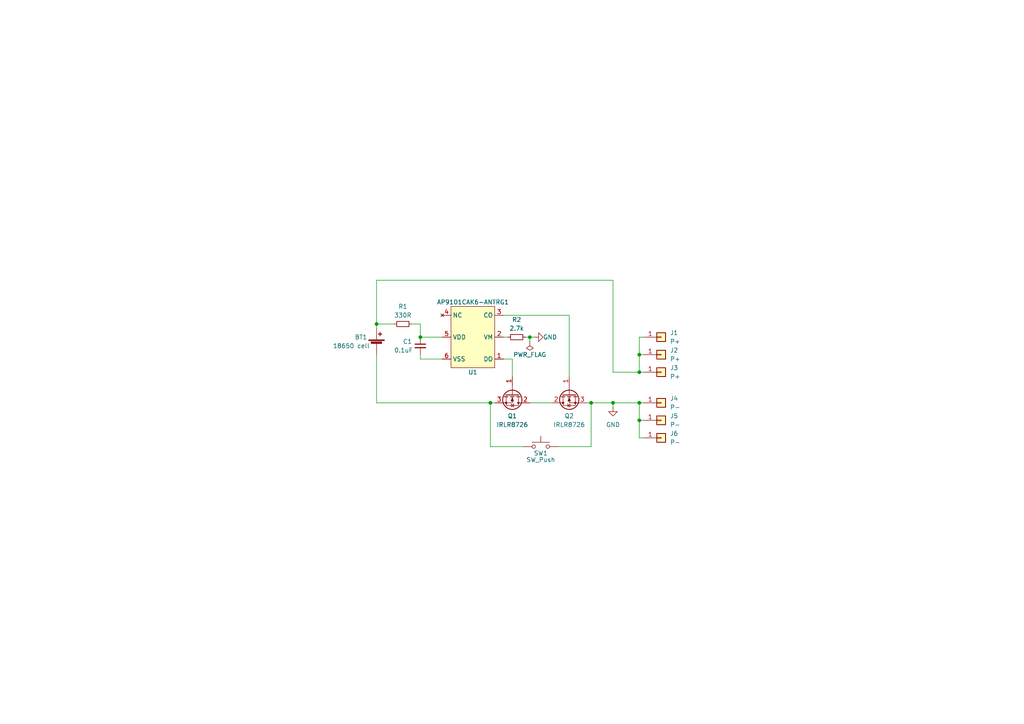
<source format=kicad_sch>
(kicad_sch (version 20210621) (generator eeschema)

  (uuid ea2a7a10-0391-4a91-b308-5acf9f91a640)

  (paper "A4")

  (lib_symbols
    (symbol "Connector_Generic:Conn_01x01" (pin_names (offset 1.016) hide) (in_bom yes) (on_board yes)
      (property "Reference" "J" (id 0) (at 0 2.54 0)
        (effects (font (size 1.27 1.27)))
      )
      (property "Value" "Conn_01x01" (id 1) (at 0 -2.54 0)
        (effects (font (size 1.27 1.27)))
      )
      (property "Footprint" "" (id 2) (at 0 0 0)
        (effects (font (size 1.27 1.27)) hide)
      )
      (property "Datasheet" "~" (id 3) (at 0 0 0)
        (effects (font (size 1.27 1.27)) hide)
      )
      (property "ki_keywords" "connector" (id 4) (at 0 0 0)
        (effects (font (size 1.27 1.27)) hide)
      )
      (property "ki_description" "Generic connector, single row, 01x01, script generated (kicad-library-utils/schlib/autogen/connector/)" (id 5) (at 0 0 0)
        (effects (font (size 1.27 1.27)) hide)
      )
      (property "ki_fp_filters" "Connector*:*_1x??_*" (id 6) (at 0 0 0)
        (effects (font (size 1.27 1.27)) hide)
      )
      (symbol "Conn_01x01_1_1"
        (rectangle (start -1.27 0.127) (end 0 -0.127)
          (stroke (width 0.1524)) (fill (type none))
        )
        (rectangle (start -1.27 1.27) (end 1.27 -1.27)
          (stroke (width 0.254)) (fill (type background))
        )
        (pin passive line (at -5.08 0 0) (length 3.81)
          (name "Pin_1" (effects (font (size 1.27 1.27))))
          (number "1" (effects (font (size 1.27 1.27))))
        )
      )
    )
    (symbol "Device:Battery_Cell" (pin_numbers hide) (pin_names (offset 0) hide) (in_bom yes) (on_board yes)
      (property "Reference" "BT" (id 0) (at 2.54 2.54 0)
        (effects (font (size 1.27 1.27)) (justify left))
      )
      (property "Value" "Battery_Cell" (id 1) (at 2.54 0 0)
        (effects (font (size 1.27 1.27)) (justify left))
      )
      (property "Footprint" "" (id 2) (at 0 1.524 90)
        (effects (font (size 1.27 1.27)) hide)
      )
      (property "Datasheet" "~" (id 3) (at 0 1.524 90)
        (effects (font (size 1.27 1.27)) hide)
      )
      (property "ki_keywords" "battery cell" (id 4) (at 0 0 0)
        (effects (font (size 1.27 1.27)) hide)
      )
      (property "ki_description" "Single-cell battery" (id 5) (at 0 0 0)
        (effects (font (size 1.27 1.27)) hide)
      )
      (symbol "Battery_Cell_0_1"
        (rectangle (start -2.286 1.778) (end 2.286 1.524)
          (stroke (width 0)) (fill (type outline))
        )
        (rectangle (start -1.5748 1.1938) (end 1.4732 0.6858)
          (stroke (width 0)) (fill (type outline))
        )
        (polyline
          (pts
            (xy 0 0.762)
            (xy 0 0)
          )
          (stroke (width 0)) (fill (type none))
        )
        (polyline
          (pts
            (xy 0 1.778)
            (xy 0 2.54)
          )
          (stroke (width 0)) (fill (type none))
        )
        (polyline
          (pts
            (xy 0.508 3.429)
            (xy 1.524 3.429)
          )
          (stroke (width 0.254)) (fill (type none))
        )
        (polyline
          (pts
            (xy 1.016 3.937)
            (xy 1.016 2.921)
          )
          (stroke (width 0.254)) (fill (type none))
        )
      )
      (symbol "Battery_Cell_1_1"
        (pin passive line (at 0 5.08 270) (length 2.54)
          (name "+" (effects (font (size 1.27 1.27))))
          (number "1" (effects (font (size 1.27 1.27))))
        )
        (pin passive line (at 0 -2.54 90) (length 2.54)
          (name "-" (effects (font (size 1.27 1.27))))
          (number "2" (effects (font (size 1.27 1.27))))
        )
      )
    )
    (symbol "Device:C_Small" (pin_numbers hide) (pin_names (offset 0.254) hide) (in_bom yes) (on_board yes)
      (property "Reference" "C" (id 0) (at 0.254 1.778 0)
        (effects (font (size 1.27 1.27)) (justify left))
      )
      (property "Value" "C_Small" (id 1) (at 0.254 -2.032 0)
        (effects (font (size 1.27 1.27)) (justify left))
      )
      (property "Footprint" "" (id 2) (at 0 0 0)
        (effects (font (size 1.27 1.27)) hide)
      )
      (property "Datasheet" "~" (id 3) (at 0 0 0)
        (effects (font (size 1.27 1.27)) hide)
      )
      (property "ki_keywords" "capacitor cap" (id 4) (at 0 0 0)
        (effects (font (size 1.27 1.27)) hide)
      )
      (property "ki_description" "Unpolarized capacitor, small symbol" (id 5) (at 0 0 0)
        (effects (font (size 1.27 1.27)) hide)
      )
      (property "ki_fp_filters" "C_*" (id 6) (at 0 0 0)
        (effects (font (size 1.27 1.27)) hide)
      )
      (symbol "C_Small_0_1"
        (polyline
          (pts
            (xy -1.524 -0.508)
            (xy 1.524 -0.508)
          )
          (stroke (width 0.3302)) (fill (type none))
        )
        (polyline
          (pts
            (xy -1.524 0.508)
            (xy 1.524 0.508)
          )
          (stroke (width 0.3048)) (fill (type none))
        )
      )
      (symbol "C_Small_1_1"
        (pin passive line (at 0 2.54 270) (length 2.032)
          (name "~" (effects (font (size 1.27 1.27))))
          (number "1" (effects (font (size 1.27 1.27))))
        )
        (pin passive line (at 0 -2.54 90) (length 2.032)
          (name "~" (effects (font (size 1.27 1.27))))
          (number "2" (effects (font (size 1.27 1.27))))
        )
      )
    )
    (symbol "Device:Q_NMOS_GDS" (pin_names (offset 0) hide) (in_bom yes) (on_board yes)
      (property "Reference" "Q" (id 0) (at 5.08 1.27 0)
        (effects (font (size 1.27 1.27)) (justify left))
      )
      (property "Value" "Q_NMOS_GDS" (id 1) (at 5.08 -1.27 0)
        (effects (font (size 1.27 1.27)) (justify left))
      )
      (property "Footprint" "" (id 2) (at 5.08 2.54 0)
        (effects (font (size 1.27 1.27)) hide)
      )
      (property "Datasheet" "~" (id 3) (at 0 0 0)
        (effects (font (size 1.27 1.27)) hide)
      )
      (property "ki_keywords" "transistor NMOS N-MOS N-MOSFET" (id 4) (at 0 0 0)
        (effects (font (size 1.27 1.27)) hide)
      )
      (property "ki_description" "N-MOSFET transistor, gate/drain/source" (id 5) (at 0 0 0)
        (effects (font (size 1.27 1.27)) hide)
      )
      (symbol "Q_NMOS_GDS_0_1"
        (circle (center 1.651 0) (radius 2.794) (stroke (width 0.254)) (fill (type none)))
        (circle (center 2.54 -1.778) (radius 0.254) (stroke (width 0)) (fill (type outline)))
        (circle (center 2.54 1.778) (radius 0.254) (stroke (width 0)) (fill (type outline)))
        (polyline
          (pts
            (xy 0.254 0)
            (xy -2.54 0)
          )
          (stroke (width 0)) (fill (type none))
        )
        (polyline
          (pts
            (xy 0.254 1.905)
            (xy 0.254 -1.905)
          )
          (stroke (width 0.254)) (fill (type none))
        )
        (polyline
          (pts
            (xy 0.762 -1.27)
            (xy 0.762 -2.286)
          )
          (stroke (width 0.254)) (fill (type none))
        )
        (polyline
          (pts
            (xy 0.762 0.508)
            (xy 0.762 -0.508)
          )
          (stroke (width 0.254)) (fill (type none))
        )
        (polyline
          (pts
            (xy 0.762 2.286)
            (xy 0.762 1.27)
          )
          (stroke (width 0.254)) (fill (type none))
        )
        (polyline
          (pts
            (xy 2.54 2.54)
            (xy 2.54 1.778)
          )
          (stroke (width 0)) (fill (type none))
        )
        (polyline
          (pts
            (xy 2.54 -2.54)
            (xy 2.54 0)
            (xy 0.762 0)
          )
          (stroke (width 0)) (fill (type none))
        )
        (polyline
          (pts
            (xy 0.762 -1.778)
            (xy 3.302 -1.778)
            (xy 3.302 1.778)
            (xy 0.762 1.778)
          )
          (stroke (width 0)) (fill (type none))
        )
        (polyline
          (pts
            (xy 2.794 0.508)
            (xy 2.921 0.381)
            (xy 3.683 0.381)
            (xy 3.81 0.254)
          )
          (stroke (width 0)) (fill (type none))
        )
        (polyline
          (pts
            (xy 3.302 0.381)
            (xy 2.921 -0.254)
            (xy 3.683 -0.254)
            (xy 3.302 0.381)
          )
          (stroke (width 0)) (fill (type none))
        )
        (polyline
          (pts
            (xy 1.016 0)
            (xy 2.032 0.381)
            (xy 2.032 -0.381)
            (xy 1.016 0)
          )
          (stroke (width 0)) (fill (type outline))
        )
      )
      (symbol "Q_NMOS_GDS_1_1"
        (pin input line (at -5.08 0 0) (length 2.54)
          (name "G" (effects (font (size 1.27 1.27))))
          (number "1" (effects (font (size 1.27 1.27))))
        )
        (pin passive line (at 2.54 5.08 270) (length 2.54)
          (name "D" (effects (font (size 1.27 1.27))))
          (number "2" (effects (font (size 1.27 1.27))))
        )
        (pin passive line (at 2.54 -5.08 90) (length 2.54)
          (name "S" (effects (font (size 1.27 1.27))))
          (number "3" (effects (font (size 1.27 1.27))))
        )
      )
    )
    (symbol "Device:R_Small" (pin_numbers hide) (pin_names (offset 0.254) hide) (in_bom yes) (on_board yes)
      (property "Reference" "R" (id 0) (at 0.762 0.508 0)
        (effects (font (size 1.27 1.27)) (justify left))
      )
      (property "Value" "R_Small" (id 1) (at 0.762 -1.016 0)
        (effects (font (size 1.27 1.27)) (justify left))
      )
      (property "Footprint" "" (id 2) (at 0 0 0)
        (effects (font (size 1.27 1.27)) hide)
      )
      (property "Datasheet" "~" (id 3) (at 0 0 0)
        (effects (font (size 1.27 1.27)) hide)
      )
      (property "ki_keywords" "R resistor" (id 4) (at 0 0 0)
        (effects (font (size 1.27 1.27)) hide)
      )
      (property "ki_description" "Resistor, small symbol" (id 5) (at 0 0 0)
        (effects (font (size 1.27 1.27)) hide)
      )
      (property "ki_fp_filters" "R_*" (id 6) (at 0 0 0)
        (effects (font (size 1.27 1.27)) hide)
      )
      (symbol "R_Small_0_1"
        (rectangle (start -0.762 1.778) (end 0.762 -1.778)
          (stroke (width 0.2032)) (fill (type none))
        )
      )
      (symbol "R_Small_1_1"
        (pin passive line (at 0 2.54 270) (length 0.762)
          (name "~" (effects (font (size 1.27 1.27))))
          (number "1" (effects (font (size 1.27 1.27))))
        )
        (pin passive line (at 0 -2.54 90) (length 0.762)
          (name "~" (effects (font (size 1.27 1.27))))
          (number "2" (effects (font (size 1.27 1.27))))
        )
      )
    )
    (symbol "Li-ion_holder:AP9101CAK6-ANTRG1" (in_bom yes) (on_board yes)
      (property "Reference" "U" (id 0) (at 0 -10.16 0)
        (effects (font (size 1.27 1.27)))
      )
      (property "Value" "AP9101CAK6-ANTRG1" (id 1) (at 0 10.16 0)
        (effects (font (size 1.27 1.27)))
      )
      (property "Footprint" "Package_TO_SOT_SMD:SOT-23-6_Handsoldering" (id 2) (at 1.27 -12.7 0)
        (effects (font (size 1.27 1.27)) hide)
      )
      (property "Datasheet" "" (id 3) (at 0 8.89 0)
        (effects (font (size 1.27 1.27)) hide)
      )
      (property "ki_description" "Protection IC for lithium-ion cells" (id 4) (at 0 0 0)
        (effects (font (size 1.27 1.27)) hide)
      )
      (symbol "AP9101CAK6-ANTRG1_0_1"
        (rectangle (start -6.35 8.89) (end 6.35 -8.89)
          (stroke (width 0.1524)) (fill (type background))
        )
      )
      (symbol "AP9101CAK6-ANTRG1_1_1"
        (pin output line (at -8.89 6.35 0) (length 2.54)
          (name "DO" (effects (font (size 1.27 1.27))))
          (number "1" (effects (font (size 1.27 1.27))))
        )
        (pin input line (at -8.89 0 0) (length 2.54)
          (name "VM" (effects (font (size 1.27 1.27))))
          (number "2" (effects (font (size 1.27 1.27))))
        )
        (pin output line (at -8.89 -6.35 0) (length 2.54)
          (name "CO" (effects (font (size 1.27 1.27))))
          (number "3" (effects (font (size 1.27 1.27))))
        )
        (pin no_connect line (at 8.89 -6.35 180) (length 2.54)
          (name "NC" (effects (font (size 1.27 1.27))))
          (number "4" (effects (font (size 1.27 1.27))))
        )
        (pin input line (at 8.89 0 180) (length 2.54)
          (name "VDD" (effects (font (size 1.27 1.27))))
          (number "5" (effects (font (size 1.27 1.27))))
        )
        (pin input line (at 8.89 6.35 180) (length 2.54)
          (name "VSS" (effects (font (size 1.27 1.27))))
          (number "6" (effects (font (size 1.27 1.27))))
        )
      )
    )
    (symbol "Switch:SW_Push" (pin_numbers hide) (pin_names (offset 1.016) hide) (in_bom yes) (on_board yes)
      (property "Reference" "SW" (id 0) (at 1.27 2.54 0)
        (effects (font (size 1.27 1.27)) (justify left))
      )
      (property "Value" "SW_Push" (id 1) (at 0 -1.524 0)
        (effects (font (size 1.27 1.27)))
      )
      (property "Footprint" "" (id 2) (at 0 5.08 0)
        (effects (font (size 1.27 1.27)) hide)
      )
      (property "Datasheet" "~" (id 3) (at 0 5.08 0)
        (effects (font (size 1.27 1.27)) hide)
      )
      (property "ki_keywords" "switch normally-open pushbutton push-button" (id 4) (at 0 0 0)
        (effects (font (size 1.27 1.27)) hide)
      )
      (property "ki_description" "Push button switch, generic, two pins" (id 5) (at 0 0 0)
        (effects (font (size 1.27 1.27)) hide)
      )
      (symbol "SW_Push_0_1"
        (circle (center -2.032 0) (radius 0.508) (stroke (width 0)) (fill (type none)))
        (circle (center 2.032 0) (radius 0.508) (stroke (width 0)) (fill (type none)))
        (polyline
          (pts
            (xy 0 1.27)
            (xy 0 3.048)
          )
          (stroke (width 0)) (fill (type none))
        )
        (polyline
          (pts
            (xy 2.54 1.27)
            (xy -2.54 1.27)
          )
          (stroke (width 0)) (fill (type none))
        )
        (pin passive line (at -5.08 0 0) (length 2.54)
          (name "1" (effects (font (size 1.27 1.27))))
          (number "1" (effects (font (size 1.27 1.27))))
        )
        (pin passive line (at 5.08 0 180) (length 2.54)
          (name "2" (effects (font (size 1.27 1.27))))
          (number "2" (effects (font (size 1.27 1.27))))
        )
      )
    )
    (symbol "power:GND" (power) (pin_names (offset 0)) (in_bom yes) (on_board yes)
      (property "Reference" "#PWR" (id 0) (at 0 -6.35 0)
        (effects (font (size 1.27 1.27)) hide)
      )
      (property "Value" "GND" (id 1) (at 0 -3.81 0)
        (effects (font (size 1.27 1.27)))
      )
      (property "Footprint" "" (id 2) (at 0 0 0)
        (effects (font (size 1.27 1.27)) hide)
      )
      (property "Datasheet" "" (id 3) (at 0 0 0)
        (effects (font (size 1.27 1.27)) hide)
      )
      (property "ki_keywords" "power-flag" (id 4) (at 0 0 0)
        (effects (font (size 1.27 1.27)) hide)
      )
      (property "ki_description" "Power symbol creates a global label with name \"GND\" , ground" (id 5) (at 0 0 0)
        (effects (font (size 1.27 1.27)) hide)
      )
      (symbol "GND_0_1"
        (polyline
          (pts
            (xy 0 0)
            (xy 0 -1.27)
            (xy 1.27 -1.27)
            (xy 0 -2.54)
            (xy -1.27 -1.27)
            (xy 0 -1.27)
          )
          (stroke (width 0)) (fill (type none))
        )
      )
      (symbol "GND_1_1"
        (pin power_in line (at 0 0 270) (length 0) hide
          (name "GND" (effects (font (size 1.27 1.27))))
          (number "1" (effects (font (size 1.27 1.27))))
        )
      )
    )
    (symbol "power:PWR_FLAG" (power) (pin_numbers hide) (pin_names (offset 0) hide) (in_bom yes) (on_board yes)
      (property "Reference" "#FLG" (id 0) (at 0 1.905 0)
        (effects (font (size 1.27 1.27)) hide)
      )
      (property "Value" "PWR_FLAG" (id 1) (at 0 3.81 0)
        (effects (font (size 1.27 1.27)))
      )
      (property "Footprint" "" (id 2) (at 0 0 0)
        (effects (font (size 1.27 1.27)) hide)
      )
      (property "Datasheet" "~" (id 3) (at 0 0 0)
        (effects (font (size 1.27 1.27)) hide)
      )
      (property "ki_keywords" "power-flag" (id 4) (at 0 0 0)
        (effects (font (size 1.27 1.27)) hide)
      )
      (property "ki_description" "Special symbol for telling ERC where power comes from" (id 5) (at 0 0 0)
        (effects (font (size 1.27 1.27)) hide)
      )
      (symbol "PWR_FLAG_0_0"
        (pin power_out line (at 0 0 90) (length 0)
          (name "pwr" (effects (font (size 1.27 1.27))))
          (number "1" (effects (font (size 1.27 1.27))))
        )
      )
      (symbol "PWR_FLAG_0_1"
        (polyline
          (pts
            (xy 0 0)
            (xy 0 1.27)
            (xy -1.016 1.905)
            (xy 0 2.54)
            (xy 1.016 1.905)
            (xy 0 1.27)
          )
          (stroke (width 0)) (fill (type none))
        )
      )
    )
  )

  (junction (at 109.22 93.98) (diameter 0.9144) (color 0 0 0 0))
  (junction (at 121.92 97.79) (diameter 0.9144) (color 0 0 0 0))
  (junction (at 142.24 116.84) (diameter 0.9144) (color 0 0 0 0))
  (junction (at 153.67 97.79) (diameter 0.9144) (color 0 0 0 0))
  (junction (at 171.45 116.84) (diameter 0.9144) (color 0 0 0 0))
  (junction (at 177.8 116.84) (diameter 0.9144) (color 0 0 0 0))
  (junction (at 185.42 102.87) (diameter 0.9144) (color 0 0 0 0))
  (junction (at 185.42 107.95) (diameter 0.9144) (color 0 0 0 0))
  (junction (at 185.42 116.84) (diameter 0.9144) (color 0 0 0 0))
  (junction (at 185.42 121.92) (diameter 0.9144) (color 0 0 0 0))

  (wire (pts (xy 109.22 81.28) (xy 177.8 81.28))
    (stroke (width 0) (type solid) (color 0 0 0 0))
    (uuid 724a4bba-65c3-4a82-ab49-1f4290e4e8a5)
  )
  (wire (pts (xy 109.22 93.98) (xy 109.22 81.28))
    (stroke (width 0) (type solid) (color 0 0 0 0))
    (uuid 724a4bba-65c3-4a82-ab49-1f4290e4e8a5)
  )
  (wire (pts (xy 109.22 93.98) (xy 109.22 95.25))
    (stroke (width 0) (type solid) (color 0 0 0 0))
    (uuid fa438919-c5d0-4740-ac03-0b598bef3898)
  )
  (wire (pts (xy 109.22 102.87) (xy 109.22 116.84))
    (stroke (width 0) (type solid) (color 0 0 0 0))
    (uuid 84629c3b-5407-434b-9e48-a81a5ecf9d5f)
  )
  (wire (pts (xy 109.22 116.84) (xy 142.24 116.84))
    (stroke (width 0) (type solid) (color 0 0 0 0))
    (uuid 84629c3b-5407-434b-9e48-a81a5ecf9d5f)
  )
  (wire (pts (xy 114.3 93.98) (xy 109.22 93.98))
    (stroke (width 0) (type solid) (color 0 0 0 0))
    (uuid fa438919-c5d0-4740-ac03-0b598bef3898)
  )
  (wire (pts (xy 119.38 93.98) (xy 121.92 93.98))
    (stroke (width 0) (type solid) (color 0 0 0 0))
    (uuid 7123d0b9-51e4-471a-9f59-da2b16a8ce8d)
  )
  (wire (pts (xy 121.92 93.98) (xy 121.92 97.79))
    (stroke (width 0) (type solid) (color 0 0 0 0))
    (uuid 7123d0b9-51e4-471a-9f59-da2b16a8ce8d)
  )
  (wire (pts (xy 121.92 97.79) (xy 128.27 97.79))
    (stroke (width 0) (type solid) (color 0 0 0 0))
    (uuid 0877ffe1-a3e9-4f5c-b193-39e25e787c62)
  )
  (wire (pts (xy 121.92 104.14) (xy 121.92 102.87))
    (stroke (width 0) (type solid) (color 0 0 0 0))
    (uuid 49d374f2-5516-4620-a4b8-47c28c11e45d)
  )
  (wire (pts (xy 128.27 104.14) (xy 121.92 104.14))
    (stroke (width 0) (type solid) (color 0 0 0 0))
    (uuid 49d374f2-5516-4620-a4b8-47c28c11e45d)
  )
  (wire (pts (xy 142.24 116.84) (xy 142.24 129.54))
    (stroke (width 0) (type solid) (color 0 0 0 0))
    (uuid 50745a8d-f77e-45c1-8162-9895859c2099)
  )
  (wire (pts (xy 142.24 116.84) (xy 143.51 116.84))
    (stroke (width 0) (type solid) (color 0 0 0 0))
    (uuid 84629c3b-5407-434b-9e48-a81a5ecf9d5f)
  )
  (wire (pts (xy 142.24 129.54) (xy 151.765 129.54))
    (stroke (width 0) (type solid) (color 0 0 0 0))
    (uuid 50745a8d-f77e-45c1-8162-9895859c2099)
  )
  (wire (pts (xy 146.05 91.44) (xy 165.1 91.44))
    (stroke (width 0) (type solid) (color 0 0 0 0))
    (uuid 445a1049-fffc-41ff-8917-ddc352943316)
  )
  (wire (pts (xy 146.05 97.79) (xy 147.32 97.79))
    (stroke (width 0) (type solid) (color 0 0 0 0))
    (uuid 8250d4a6-0516-4983-8789-4e9b410b1939)
  )
  (wire (pts (xy 146.05 104.14) (xy 148.59 104.14))
    (stroke (width 0) (type solid) (color 0 0 0 0))
    (uuid a634b0aa-249b-4e3d-9b7b-8073d15a8302)
  )
  (wire (pts (xy 148.59 104.14) (xy 148.59 109.22))
    (stroke (width 0) (type solid) (color 0 0 0 0))
    (uuid a634b0aa-249b-4e3d-9b7b-8073d15a8302)
  )
  (wire (pts (xy 152.4 97.79) (xy 153.67 97.79))
    (stroke (width 0) (type solid) (color 0 0 0 0))
    (uuid 3b2dfcb1-5944-4e59-b5e7-4b93ee95065b)
  )
  (wire (pts (xy 153.67 97.79) (xy 153.67 99.06))
    (stroke (width 0) (type solid) (color 0 0 0 0))
    (uuid 781be171-f097-4d79-8c9a-5e29afdffc85)
  )
  (wire (pts (xy 153.67 97.79) (xy 154.94 97.79))
    (stroke (width 0) (type solid) (color 0 0 0 0))
    (uuid 3b2dfcb1-5944-4e59-b5e7-4b93ee95065b)
  )
  (wire (pts (xy 153.67 116.84) (xy 160.02 116.84))
    (stroke (width 0) (type solid) (color 0 0 0 0))
    (uuid a9cb09b9-e6f1-4376-9131-ad0cad735e8e)
  )
  (wire (pts (xy 161.925 129.54) (xy 171.45 129.54))
    (stroke (width 0) (type solid) (color 0 0 0 0))
    (uuid 0fb578d9-e9ba-462d-9016-5539a44f8a19)
  )
  (wire (pts (xy 165.1 91.44) (xy 165.1 109.22))
    (stroke (width 0) (type solid) (color 0 0 0 0))
    (uuid 445a1049-fffc-41ff-8917-ddc352943316)
  )
  (wire (pts (xy 171.45 116.84) (xy 170.18 116.84))
    (stroke (width 0) (type solid) (color 0 0 0 0))
    (uuid b4ca5c42-fb04-47db-83ad-3e6d0899a6a9)
  )
  (wire (pts (xy 171.45 116.84) (xy 171.45 129.54))
    (stroke (width 0) (type solid) (color 0 0 0 0))
    (uuid a287e355-d237-46c3-8878-a64fa91fc75c)
  )
  (wire (pts (xy 177.8 81.28) (xy 177.8 107.95))
    (stroke (width 0) (type solid) (color 0 0 0 0))
    (uuid 724a4bba-65c3-4a82-ab49-1f4290e4e8a5)
  )
  (wire (pts (xy 177.8 107.95) (xy 185.42 107.95))
    (stroke (width 0) (type solid) (color 0 0 0 0))
    (uuid 724a4bba-65c3-4a82-ab49-1f4290e4e8a5)
  )
  (wire (pts (xy 177.8 116.84) (xy 171.45 116.84))
    (stroke (width 0) (type solid) (color 0 0 0 0))
    (uuid b4ca5c42-fb04-47db-83ad-3e6d0899a6a9)
  )
  (wire (pts (xy 177.8 116.84) (xy 185.42 116.84))
    (stroke (width 0) (type solid) (color 0 0 0 0))
    (uuid ff8d56dd-6234-4598-8b2e-28fcb0a93ceb)
  )
  (wire (pts (xy 177.8 118.11) (xy 177.8 116.84))
    (stroke (width 0) (type solid) (color 0 0 0 0))
    (uuid b4ca5c42-fb04-47db-83ad-3e6d0899a6a9)
  )
  (wire (pts (xy 185.42 97.79) (xy 186.69 97.79))
    (stroke (width 0) (type solid) (color 0 0 0 0))
    (uuid 556a5863-2f89-44a8-ae59-256c53c4befe)
  )
  (wire (pts (xy 185.42 102.87) (xy 185.42 97.79))
    (stroke (width 0) (type solid) (color 0 0 0 0))
    (uuid 556a5863-2f89-44a8-ae59-256c53c4befe)
  )
  (wire (pts (xy 185.42 102.87) (xy 186.69 102.87))
    (stroke (width 0) (type solid) (color 0 0 0 0))
    (uuid 564ce751-1883-4858-8ac1-b6e3f86a50fa)
  )
  (wire (pts (xy 185.42 107.95) (xy 185.42 102.87))
    (stroke (width 0) (type solid) (color 0 0 0 0))
    (uuid 556a5863-2f89-44a8-ae59-256c53c4befe)
  )
  (wire (pts (xy 185.42 116.84) (xy 186.69 116.84))
    (stroke (width 0) (type solid) (color 0 0 0 0))
    (uuid 8d1dfbdd-91cd-4679-a11a-67ba4f6a3916)
  )
  (wire (pts (xy 185.42 121.92) (xy 185.42 116.84))
    (stroke (width 0) (type solid) (color 0 0 0 0))
    (uuid 8d1dfbdd-91cd-4679-a11a-67ba4f6a3916)
  )
  (wire (pts (xy 185.42 121.92) (xy 186.69 121.92))
    (stroke (width 0) (type solid) (color 0 0 0 0))
    (uuid 519dbdf2-d596-458e-9715-3cd4b9e3239f)
  )
  (wire (pts (xy 185.42 127) (xy 185.42 121.92))
    (stroke (width 0) (type solid) (color 0 0 0 0))
    (uuid 8d1dfbdd-91cd-4679-a11a-67ba4f6a3916)
  )
  (wire (pts (xy 186.69 107.95) (xy 185.42 107.95))
    (stroke (width 0) (type solid) (color 0 0 0 0))
    (uuid 556a5863-2f89-44a8-ae59-256c53c4befe)
  )
  (wire (pts (xy 186.69 127) (xy 185.42 127))
    (stroke (width 0) (type solid) (color 0 0 0 0))
    (uuid 8d1dfbdd-91cd-4679-a11a-67ba4f6a3916)
  )

  (symbol (lib_id "power:PWR_FLAG") (at 153.67 99.06 180) (unit 1)
    (in_bom yes) (on_board yes)
    (uuid 841b0266-9df8-424e-8552-6fd5ba3cfa18)
    (property "Reference" "#FLG01" (id 0) (at 153.67 100.965 0)
      (effects (font (size 1.27 1.27)) hide)
    )
    (property "Value" "PWR_FLAG" (id 1) (at 153.67 102.87 0))
    (property "Footprint" "" (id 2) (at 153.67 99.06 0)
      (effects (font (size 1.27 1.27)) hide)
    )
    (property "Datasheet" "~" (id 3) (at 153.67 99.06 0)
      (effects (font (size 1.27 1.27)) hide)
    )
    (pin "1" (uuid 92b5f544-5790-4047-9196-5f37e6ad212c))
  )

  (symbol (lib_id "power:GND") (at 154.94 97.79 90) (unit 1)
    (in_bom yes) (on_board yes)
    (uuid 6bef6f2b-8205-450a-9a7b-3d12a5fb5ee2)
    (property "Reference" "#PWR01" (id 0) (at 161.29 97.79 0)
      (effects (font (size 1.27 1.27)) hide)
    )
    (property "Value" "GND" (id 1) (at 157.48 97.7899 90)
      (effects (font (size 1.27 1.27)) (justify right))
    )
    (property "Footprint" "" (id 2) (at 154.94 97.79 0)
      (effects (font (size 1.27 1.27)) hide)
    )
    (property "Datasheet" "" (id 3) (at 154.94 97.79 0)
      (effects (font (size 1.27 1.27)) hide)
    )
    (pin "1" (uuid 78309205-60cc-470d-b36f-a4bc57c04e4f))
  )

  (symbol (lib_id "power:GND") (at 177.8 118.11 0) (unit 1)
    (in_bom yes) (on_board yes) (fields_autoplaced)
    (uuid a3269ad9-4fd6-4033-a8d5-47ca5c6e23ed)
    (property "Reference" "#PWR02" (id 0) (at 177.8 124.46 0)
      (effects (font (size 1.27 1.27)) hide)
    )
    (property "Value" "GND" (id 1) (at 177.8 123.19 0))
    (property "Footprint" "" (id 2) (at 177.8 118.11 0)
      (effects (font (size 1.27 1.27)) hide)
    )
    (property "Datasheet" "" (id 3) (at 177.8 118.11 0)
      (effects (font (size 1.27 1.27)) hide)
    )
    (pin "1" (uuid c2e1c915-c761-4c72-b31e-79aac785d1f3))
  )

  (symbol (lib_id "Device:R_Small") (at 116.84 93.98 90) (unit 1)
    (in_bom yes) (on_board yes)
    (uuid 38501e41-f21d-4a36-b3f1-f47485d7376b)
    (property "Reference" "R1" (id 0) (at 116.84 88.9 90))
    (property "Value" "330R" (id 1) (at 116.84 91.44 90))
    (property "Footprint" "Resistor_SMD:R_1206_3216Metric_Pad1.30x1.75mm_HandSolder" (id 2) (at 116.84 93.98 0)
      (effects (font (size 1.27 1.27)) hide)
    )
    (property "Datasheet" "~" (id 3) (at 116.84 93.98 0)
      (effects (font (size 1.27 1.27)) hide)
    )
    (pin "1" (uuid c0b51bc0-a3a3-49aa-b2ca-3dc59b31fe06))
    (pin "2" (uuid 28a33d57-a872-4393-9604-7a9c25d3624b))
  )

  (symbol (lib_id "Device:R_Small") (at 149.86 97.79 90) (unit 1)
    (in_bom yes) (on_board yes)
    (uuid db0de5e0-17b5-4f00-869a-dbb7d16294dd)
    (property "Reference" "R2" (id 0) (at 149.86 92.71 90))
    (property "Value" "2.7k" (id 1) (at 149.86 95.25 90))
    (property "Footprint" "Resistor_SMD:R_1206_3216Metric_Pad1.30x1.75mm_HandSolder" (id 2) (at 149.86 97.79 0)
      (effects (font (size 1.27 1.27)) hide)
    )
    (property "Datasheet" "~" (id 3) (at 149.86 97.79 0)
      (effects (font (size 1.27 1.27)) hide)
    )
    (pin "1" (uuid f4a0ba7a-5d3b-4b87-88de-adefdb4634bd))
    (pin "2" (uuid 7b4aebc6-1b86-4c3c-a421-b80fca1c4656))
  )

  (symbol (lib_id "Connector_Generic:Conn_01x01") (at 191.77 97.79 0) (unit 1)
    (in_bom yes) (on_board yes) (fields_autoplaced)
    (uuid 8b39ba95-a5d1-40bf-8434-39c2da225279)
    (property "Reference" "J1" (id 0) (at 194.31 96.5199 0)
      (effects (font (size 1.27 1.27)) (justify left))
    )
    (property "Value" "P+" (id 1) (at 194.31 99.0599 0)
      (effects (font (size 1.27 1.27)) (justify left))
    )
    (property "Footprint" "Li-ion_holder:PinSocket_1x06_P2.54mm_Vertical" (id 2) (at 191.77 97.79 0)
      (effects (font (size 1.27 1.27)) hide)
    )
    (property "Datasheet" "~" (id 3) (at 191.77 97.79 0)
      (effects (font (size 1.27 1.27)) hide)
    )
    (pin "1" (uuid d5858103-778e-4dd7-8be3-0a442d1efce0))
  )

  (symbol (lib_id "Connector_Generic:Conn_01x01") (at 191.77 102.87 0) (unit 1)
    (in_bom yes) (on_board yes) (fields_autoplaced)
    (uuid 773c6d67-d6f5-46fb-bc79-1933e018983f)
    (property "Reference" "J2" (id 0) (at 194.31 101.5999 0)
      (effects (font (size 1.27 1.27)) (justify left))
    )
    (property "Value" "P+" (id 1) (at 194.31 104.1399 0)
      (effects (font (size 1.27 1.27)) (justify left))
    )
    (property "Footprint" "Li-ion_holder:PinSocket_1x07_P2.54mm_Vertical" (id 2) (at 191.77 102.87 0)
      (effects (font (size 1.27 1.27)) hide)
    )
    (property "Datasheet" "~" (id 3) (at 191.77 102.87 0)
      (effects (font (size 1.27 1.27)) hide)
    )
    (pin "1" (uuid a9b3012b-ba1a-46a8-bc51-889c7a19b46b))
  )

  (symbol (lib_id "Connector_Generic:Conn_01x01") (at 191.77 107.95 0) (unit 1)
    (in_bom yes) (on_board yes) (fields_autoplaced)
    (uuid 24566908-984d-4a49-a8f1-af7bd668d6b3)
    (property "Reference" "J3" (id 0) (at 194.31 106.6799 0)
      (effects (font (size 1.27 1.27)) (justify left))
    )
    (property "Value" "P+" (id 1) (at 194.31 109.2199 0)
      (effects (font (size 1.27 1.27)) (justify left))
    )
    (property "Footprint" "Li-ion_holder:PinSocket_1x06_P2.54mm_Vertical" (id 2) (at 191.77 107.95 0)
      (effects (font (size 1.27 1.27)) hide)
    )
    (property "Datasheet" "~" (id 3) (at 191.77 107.95 0)
      (effects (font (size 1.27 1.27)) hide)
    )
    (pin "1" (uuid 0762ccdc-0ecd-48b8-83cb-880720e8a16c))
  )

  (symbol (lib_id "Connector_Generic:Conn_01x01") (at 191.77 116.84 0) (unit 1)
    (in_bom yes) (on_board yes) (fields_autoplaced)
    (uuid b94d82eb-4f79-46a9-9020-3c2a3f9e70fd)
    (property "Reference" "J4" (id 0) (at 194.31 115.5699 0)
      (effects (font (size 1.27 1.27)) (justify left))
    )
    (property "Value" "P-" (id 1) (at 194.31 118.1099 0)
      (effects (font (size 1.27 1.27)) (justify left))
    )
    (property "Footprint" "Li-ion_holder:PinSocket_1x06_P2.54mm_Vertical" (id 2) (at 191.77 116.84 0)
      (effects (font (size 1.27 1.27)) hide)
    )
    (property "Datasheet" "~" (id 3) (at 191.77 116.84 0)
      (effects (font (size 1.27 1.27)) hide)
    )
    (pin "1" (uuid 3d6cc60f-9029-4697-89bf-749f128be3d0))
  )

  (symbol (lib_id "Connector_Generic:Conn_01x01") (at 191.77 121.92 0) (unit 1)
    (in_bom yes) (on_board yes) (fields_autoplaced)
    (uuid ceb4d5b0-721a-4b0e-b49e-096525c1b9ab)
    (property "Reference" "J5" (id 0) (at 194.31 120.6499 0)
      (effects (font (size 1.27 1.27)) (justify left))
    )
    (property "Value" "P-" (id 1) (at 194.31 123.1899 0)
      (effects (font (size 1.27 1.27)) (justify left))
    )
    (property "Footprint" "Li-ion_holder:PinSocket_1x07_P2.54mm_Vertical" (id 2) (at 191.77 121.92 0)
      (effects (font (size 1.27 1.27)) hide)
    )
    (property "Datasheet" "~" (id 3) (at 191.77 121.92 0)
      (effects (font (size 1.27 1.27)) hide)
    )
    (pin "1" (uuid 5eff1a94-673c-40bb-9e71-477ee6f80f10))
  )

  (symbol (lib_id "Connector_Generic:Conn_01x01") (at 191.77 127 0) (unit 1)
    (in_bom yes) (on_board yes) (fields_autoplaced)
    (uuid 0e0a25b5-166b-4149-8572-bab042cfb7a9)
    (property "Reference" "J6" (id 0) (at 194.31 125.7299 0)
      (effects (font (size 1.27 1.27)) (justify left))
    )
    (property "Value" "P-" (id 1) (at 194.31 128.2699 0)
      (effects (font (size 1.27 1.27)) (justify left))
    )
    (property "Footprint" "Li-ion_holder:PinSocket_1x06_P2.54mm_Vertical" (id 2) (at 191.77 127 0)
      (effects (font (size 1.27 1.27)) hide)
    )
    (property "Datasheet" "~" (id 3) (at 191.77 127 0)
      (effects (font (size 1.27 1.27)) hide)
    )
    (pin "1" (uuid 2aa61680-3628-4137-9d7e-7e560fa9a91c))
  )

  (symbol (lib_id "Device:C_Small") (at 121.92 100.33 0) (unit 1)
    (in_bom yes) (on_board yes)
    (uuid 93cf89db-3aee-40bb-978a-1a494dc23d51)
    (property "Reference" "C1" (id 0) (at 116.84 99.0599 0)
      (effects (font (size 1.27 1.27)) (justify left))
    )
    (property "Value" "0.1uF" (id 1) (at 114.3 101.5999 0)
      (effects (font (size 1.27 1.27)) (justify left))
    )
    (property "Footprint" "Capacitor_SMD:C_1206_3216Metric_Pad1.33x1.80mm_HandSolder" (id 2) (at 121.92 100.33 0)
      (effects (font (size 1.27 1.27)) hide)
    )
    (property "Datasheet" "~" (id 3) (at 121.92 100.33 0)
      (effects (font (size 1.27 1.27)) hide)
    )
    (pin "1" (uuid a432eb63-8bd5-4874-8885-0a7237d1dea5))
    (pin "2" (uuid bfaa02c1-6dcd-41dd-89ba-5bd136cb8ef8))
  )

  (symbol (lib_id "Device:Battery_Cell") (at 109.22 100.33 0) (unit 1)
    (in_bom yes) (on_board yes)
    (uuid 5a5de2e8-21b6-4fbf-bfb8-35b25f351080)
    (property "Reference" "BT1" (id 0) (at 102.87 97.7899 0)
      (effects (font (size 1.27 1.27)) (justify left))
    )
    (property "Value" "18650 cell" (id 1) (at 96.52 100.3299 0)
      (effects (font (size 1.27 1.27)) (justify left))
    )
    (property "Footprint" "Li-ion_holder:Keystone_254_holder" (id 2) (at 109.22 98.806 90)
      (effects (font (size 1.27 1.27)) hide)
    )
    (property "Datasheet" "~" (id 3) (at 109.22 98.806 90)
      (effects (font (size 1.27 1.27)) hide)
    )
    (pin "1" (uuid 324e8a69-ee99-498a-baca-4a4f6164df4f))
    (pin "2" (uuid 94357c02-8d7d-485d-8f39-71d1317a2d05))
  )

  (symbol (lib_id "Switch:SW_Push") (at 156.845 129.54 0) (unit 1)
    (in_bom yes) (on_board yes)
    (uuid 8ccc0fcf-3688-47a6-9ff0-1d412ac5beb9)
    (property "Reference" "SW1" (id 0) (at 156.845 131.445 0))
    (property "Value" "SW_Push" (id 1) (at 156.845 133.35 0))
    (property "Footprint" "Li-ion_holder:TL3342F260QG" (id 2) (at 156.845 124.46 0)
      (effects (font (size 1.27 1.27)) hide)
    )
    (property "Datasheet" "~" (id 3) (at 156.845 124.46 0)
      (effects (font (size 1.27 1.27)) hide)
    )
    (pin "1" (uuid fb534aef-2bbd-4d2a-be1e-0af357443668))
    (pin "2" (uuid 75d78439-9c9e-4107-af0b-0e9b4cb5c7d1))
  )

  (symbol (lib_id "Device:Q_NMOS_GDS") (at 148.59 114.3 270) (unit 1)
    (in_bom yes) (on_board yes)
    (uuid f3d08092-1e49-4e43-aba5-82dcff1b5e15)
    (property "Reference" "Q1" (id 0) (at 148.59 120.65 90))
    (property "Value" "IRLR8726" (id 1) (at 148.59 123.19 90))
    (property "Footprint" "Package_TO_SOT_SMD:TO-252-2" (id 2) (at 151.13 119.38 0)
      (effects (font (size 1.27 1.27)) hide)
    )
    (property "Datasheet" "~" (id 3) (at 148.59 114.3 0)
      (effects (font (size 1.27 1.27)) hide)
    )
    (pin "1" (uuid 78124916-d444-4ee1-8a5b-44d8d471281a))
    (pin "2" (uuid f1ade6ec-c35a-4022-8da0-6c8493995548))
    (pin "3" (uuid 2e79825d-4397-4523-9498-44734d76cd5a))
  )

  (symbol (lib_id "Device:Q_NMOS_GDS") (at 165.1 114.3 90) (mirror x) (unit 1)
    (in_bom yes) (on_board yes)
    (uuid 94731a7e-ffe6-4b62-a288-676ad39fe0f8)
    (property "Reference" "Q2" (id 0) (at 165.1 120.65 90))
    (property "Value" "IRLR8726" (id 1) (at 165.1 123.19 90))
    (property "Footprint" "Package_TO_SOT_SMD:TO-252-2" (id 2) (at 162.56 119.38 0)
      (effects (font (size 1.27 1.27)) hide)
    )
    (property "Datasheet" "~" (id 3) (at 165.1 114.3 0)
      (effects (font (size 1.27 1.27)) hide)
    )
    (pin "1" (uuid 39338d18-825f-4926-a39a-09bb6f929f17))
    (pin "2" (uuid 60415ad3-73f1-43c9-b3b8-d66a53e935e0))
    (pin "3" (uuid 687245a8-99df-49f6-923a-0915596c14df))
  )

  (symbol (lib_id "Li-ion_holder:AP9101CAK6-ANTRG1") (at 137.16 97.79 180) (unit 1)
    (in_bom yes) (on_board yes)
    (uuid ae818a8d-966a-4625-848a-fadfef9094ff)
    (property "Reference" "U1" (id 0) (at 137.16 107.95 0))
    (property "Value" "AP9101CAK6-ANTRG1" (id 1) (at 137.16 87.63 0))
    (property "Footprint" "Package_TO_SOT_SMD:SOT-23-6_Handsoldering" (id 2) (at 135.89 85.09 0)
      (effects (font (size 1.27 1.27)) hide)
    )
    (property "Datasheet" "" (id 3) (at 137.16 106.68 0)
      (effects (font (size 1.27 1.27)) hide)
    )
    (pin "1" (uuid 3738cfa7-aecb-46af-a231-4624346bf914))
    (pin "2" (uuid 0e4c7db6-6bb1-49f2-9524-89f4077a30b4))
    (pin "3" (uuid f363e5a6-6ed3-4f3c-81ee-99c622fc4373))
    (pin "4" (uuid c8fee971-23ed-498a-8ed3-9e4c9bc4d491))
    (pin "5" (uuid 33e417c8-9547-4109-a8b4-ebc6c29c2abb))
    (pin "6" (uuid f4226e17-a48c-477c-a53e-01f2b43887f0))
  )

  (sheet_instances
    (path "/" (page "1"))
  )

  (symbol_instances
    (path "/841b0266-9df8-424e-8552-6fd5ba3cfa18"
      (reference "#FLG01") (unit 1) (value "PWR_FLAG") (footprint "")
    )
    (path "/6bef6f2b-8205-450a-9a7b-3d12a5fb5ee2"
      (reference "#PWR01") (unit 1) (value "GND") (footprint "")
    )
    (path "/a3269ad9-4fd6-4033-a8d5-47ca5c6e23ed"
      (reference "#PWR02") (unit 1) (value "GND") (footprint "")
    )
    (path "/5a5de2e8-21b6-4fbf-bfb8-35b25f351080"
      (reference "BT1") (unit 1) (value "18650 cell") (footprint "Li-ion_holder:Keystone_254_holder")
    )
    (path "/93cf89db-3aee-40bb-978a-1a494dc23d51"
      (reference "C1") (unit 1) (value "0.1uF") (footprint "Capacitor_SMD:C_1206_3216Metric_Pad1.33x1.80mm_HandSolder")
    )
    (path "/8b39ba95-a5d1-40bf-8434-39c2da225279"
      (reference "J1") (unit 1) (value "P+") (footprint "Li-ion_holder:PinSocket_1x06_P2.54mm_Vertical")
    )
    (path "/773c6d67-d6f5-46fb-bc79-1933e018983f"
      (reference "J2") (unit 1) (value "P+") (footprint "Li-ion_holder:PinSocket_1x07_P2.54mm_Vertical")
    )
    (path "/24566908-984d-4a49-a8f1-af7bd668d6b3"
      (reference "J3") (unit 1) (value "P+") (footprint "Li-ion_holder:PinSocket_1x06_P2.54mm_Vertical")
    )
    (path "/b94d82eb-4f79-46a9-9020-3c2a3f9e70fd"
      (reference "J4") (unit 1) (value "P-") (footprint "Li-ion_holder:PinSocket_1x06_P2.54mm_Vertical")
    )
    (path "/ceb4d5b0-721a-4b0e-b49e-096525c1b9ab"
      (reference "J5") (unit 1) (value "P-") (footprint "Li-ion_holder:PinSocket_1x07_P2.54mm_Vertical")
    )
    (path "/0e0a25b5-166b-4149-8572-bab042cfb7a9"
      (reference "J6") (unit 1) (value "P-") (footprint "Li-ion_holder:PinSocket_1x06_P2.54mm_Vertical")
    )
    (path "/f3d08092-1e49-4e43-aba5-82dcff1b5e15"
      (reference "Q1") (unit 1) (value "IRLR8726") (footprint "Package_TO_SOT_SMD:TO-252-2")
    )
    (path "/94731a7e-ffe6-4b62-a288-676ad39fe0f8"
      (reference "Q2") (unit 1) (value "IRLR8726") (footprint "Package_TO_SOT_SMD:TO-252-2")
    )
    (path "/38501e41-f21d-4a36-b3f1-f47485d7376b"
      (reference "R1") (unit 1) (value "330R") (footprint "Resistor_SMD:R_1206_3216Metric_Pad1.30x1.75mm_HandSolder")
    )
    (path "/db0de5e0-17b5-4f00-869a-dbb7d16294dd"
      (reference "R2") (unit 1) (value "2.7k") (footprint "Resistor_SMD:R_1206_3216Metric_Pad1.30x1.75mm_HandSolder")
    )
    (path "/8ccc0fcf-3688-47a6-9ff0-1d412ac5beb9"
      (reference "SW1") (unit 1) (value "SW_Push") (footprint "Li-ion_holder:TL3342F260QG")
    )
    (path "/ae818a8d-966a-4625-848a-fadfef9094ff"
      (reference "U1") (unit 1) (value "AP9101CAK6-ANTRG1") (footprint "Package_TO_SOT_SMD:SOT-23-6_Handsoldering")
    )
  )
)

</source>
